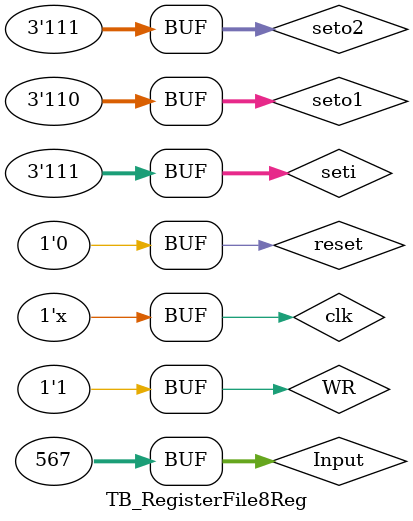
<source format=v>
module TB_RegisterFile8Reg();
reg [31:0]Input;
reg [2:0]seti,seto1,seto2;
reg WR,reset,clk;
wire [31:0] Output1,Output2;

RegisterFile8Reg DUT1 (.Input(Input),.seti(seti),.seto1(seto1),.seto2(seto2),.WR(WR),.reset(reset),.clk(clk),.Output1(Output1),.Output2(Output2));
initial begin

Input = 32'd567;
clk = 1'b1;
reset = 1'b1;
WR=1'b0;seti=3'b000;seto1=3'b000;seto2=3'b000;
#50;

reset = 1'b0;
#50 WR=1'b0;seti=3'b000;seto1=3'b000;seto2=3'b000;
#50 WR=1'b0;seti=3'b001;seto1=3'b010;seto2=3'b011;
#50 WR=1'b0;seti=3'b010;seto1=3'b100;seto2=3'b101;
#50 WR=1'b0;seti=3'b011;seto1=3'b110;seto2=3'b111;

#50 WR=1'b1;seti=3'b000;seto1=3'b011;seto2=3'b000;
#50 WR=1'b1;seti=3'b010;seto1=3'b010;seto2=3'b011;
#50 WR=1'b1;seti=3'b101;seto1=3'b100;seto2=3'b101;
#50 WR=1'b1;seti=3'b111;seto1=3'b110;seto2=3'b111;

end

always #10 clk = ~clk;
endmodule
</source>
